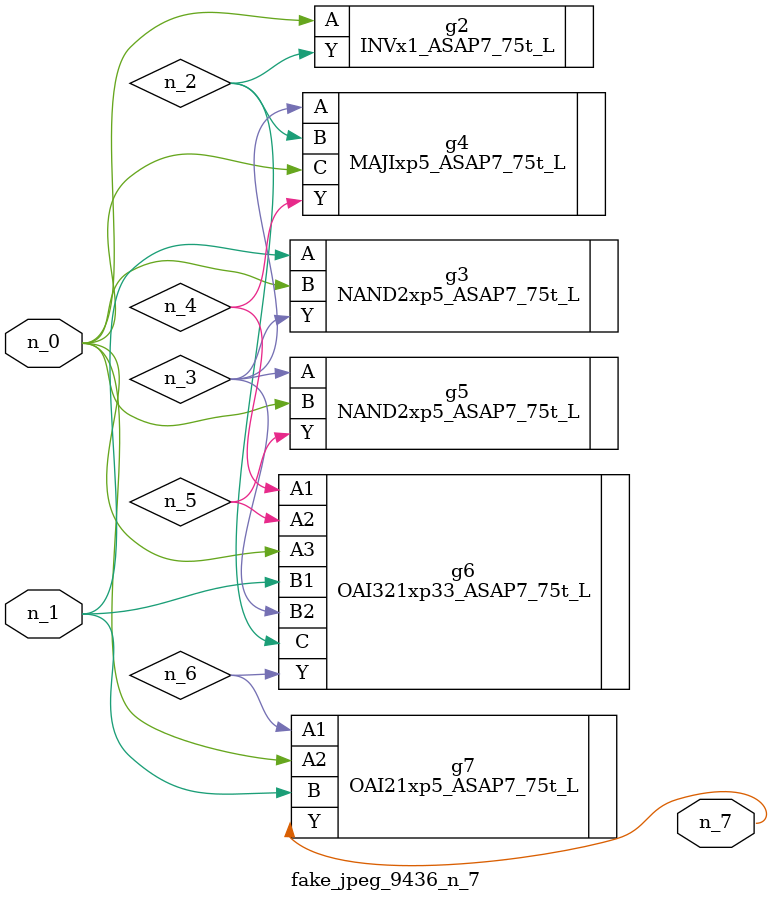
<source format=v>
module fake_jpeg_9436_n_7 (n_0, n_1, n_7);

input n_0;
input n_1;

output n_7;

wire n_2;
wire n_3;
wire n_4;
wire n_6;
wire n_5;

INVx1_ASAP7_75t_L g2 ( 
.A(n_0),
.Y(n_2)
);

NAND2xp5_ASAP7_75t_L g3 ( 
.A(n_1),
.B(n_0),
.Y(n_3)
);

MAJIxp5_ASAP7_75t_L g4 ( 
.A(n_3),
.B(n_2),
.C(n_0),
.Y(n_4)
);

OAI321xp33_ASAP7_75t_L g6 ( 
.A1(n_4),
.A2(n_5),
.A3(n_0),
.B1(n_1),
.B2(n_3),
.C(n_2),
.Y(n_6)
);

NAND2xp5_ASAP7_75t_L g5 ( 
.A(n_3),
.B(n_0),
.Y(n_5)
);

OAI21xp5_ASAP7_75t_L g7 ( 
.A1(n_6),
.A2(n_0),
.B(n_1),
.Y(n_7)
);


endmodule
</source>
